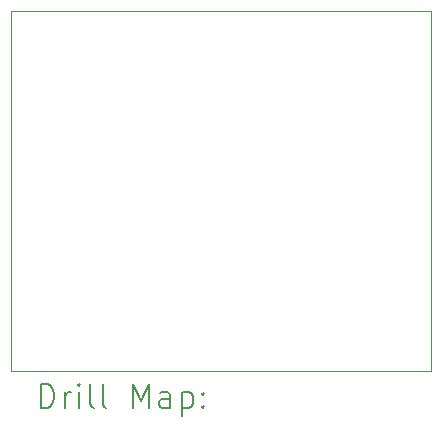
<source format=gbr>
%TF.GenerationSoftware,KiCad,Pcbnew,(6.0.7)*%
%TF.CreationDate,2022-11-27T20:24:26-03:00*%
%TF.ProjectId,E3,45332e6b-6963-4616-945f-706362585858,rev?*%
%TF.SameCoordinates,Original*%
%TF.FileFunction,Drillmap*%
%TF.FilePolarity,Positive*%
%FSLAX45Y45*%
G04 Gerber Fmt 4.5, Leading zero omitted, Abs format (unit mm)*
G04 Created by KiCad (PCBNEW (6.0.7)) date 2022-11-27 20:24:26*
%MOMM*%
%LPD*%
G01*
G04 APERTURE LIST*
%ADD10C,0.100000*%
%ADD11C,0.200000*%
G04 APERTURE END LIST*
D10*
X16510000Y-9652000D02*
X20066000Y-9652000D01*
X20066000Y-9652000D02*
X20066000Y-12700000D01*
X20066000Y-12700000D02*
X16510000Y-12700000D01*
X16510000Y-12700000D02*
X16510000Y-9652000D01*
D11*
X16762619Y-13015476D02*
X16762619Y-12815476D01*
X16810238Y-12815476D01*
X16838810Y-12825000D01*
X16857857Y-12844048D01*
X16867381Y-12863095D01*
X16876905Y-12901190D01*
X16876905Y-12929762D01*
X16867381Y-12967857D01*
X16857857Y-12986905D01*
X16838810Y-13005952D01*
X16810238Y-13015476D01*
X16762619Y-13015476D01*
X16962619Y-13015476D02*
X16962619Y-12882143D01*
X16962619Y-12920238D02*
X16972143Y-12901190D01*
X16981667Y-12891667D01*
X17000714Y-12882143D01*
X17019762Y-12882143D01*
X17086429Y-13015476D02*
X17086429Y-12882143D01*
X17086429Y-12815476D02*
X17076905Y-12825000D01*
X17086429Y-12834524D01*
X17095952Y-12825000D01*
X17086429Y-12815476D01*
X17086429Y-12834524D01*
X17210238Y-13015476D02*
X17191190Y-13005952D01*
X17181667Y-12986905D01*
X17181667Y-12815476D01*
X17315000Y-13015476D02*
X17295952Y-13005952D01*
X17286429Y-12986905D01*
X17286429Y-12815476D01*
X17543571Y-13015476D02*
X17543571Y-12815476D01*
X17610238Y-12958333D01*
X17676905Y-12815476D01*
X17676905Y-13015476D01*
X17857857Y-13015476D02*
X17857857Y-12910714D01*
X17848333Y-12891667D01*
X17829286Y-12882143D01*
X17791190Y-12882143D01*
X17772143Y-12891667D01*
X17857857Y-13005952D02*
X17838810Y-13015476D01*
X17791190Y-13015476D01*
X17772143Y-13005952D01*
X17762619Y-12986905D01*
X17762619Y-12967857D01*
X17772143Y-12948809D01*
X17791190Y-12939286D01*
X17838810Y-12939286D01*
X17857857Y-12929762D01*
X17953095Y-12882143D02*
X17953095Y-13082143D01*
X17953095Y-12891667D02*
X17972143Y-12882143D01*
X18010238Y-12882143D01*
X18029286Y-12891667D01*
X18038810Y-12901190D01*
X18048333Y-12920238D01*
X18048333Y-12977381D01*
X18038810Y-12996428D01*
X18029286Y-13005952D01*
X18010238Y-13015476D01*
X17972143Y-13015476D01*
X17953095Y-13005952D01*
X18134048Y-12996428D02*
X18143571Y-13005952D01*
X18134048Y-13015476D01*
X18124524Y-13005952D01*
X18134048Y-12996428D01*
X18134048Y-13015476D01*
X18134048Y-12891667D02*
X18143571Y-12901190D01*
X18134048Y-12910714D01*
X18124524Y-12901190D01*
X18134048Y-12891667D01*
X18134048Y-12910714D01*
M02*

</source>
